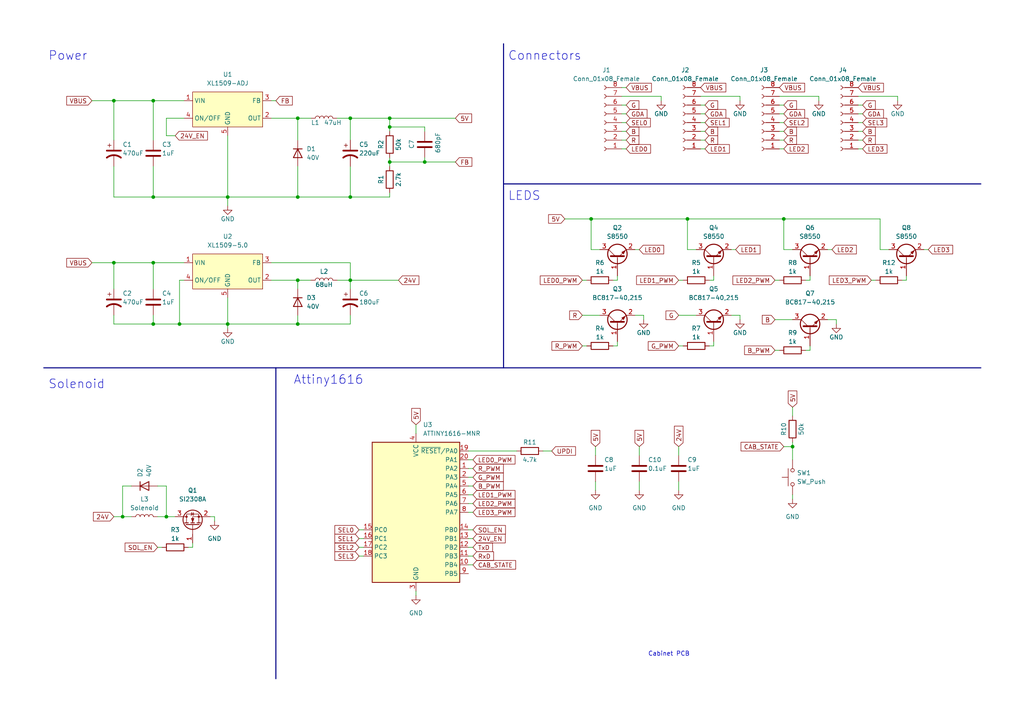
<source format=kicad_sch>
(kicad_sch (version 20211123) (generator eeschema)
  (paper "A4")
  (lib_symbols
    (symbol "Connector:Conn_01x08_Female" (pin_names (offset 1.016) hide)
      (property "Reference" "J" (at 0 10.16 0))
      (property "Value" "Conn_01x08_Female" (at 0 -12.7 0))
      (symbol "Conn_01x08_Female_1_1"
        (arc (start 0 -9.652) (mid -0.508 -10.16) (end 0 -10.668) (stroke (width 0.1524)))
        (arc (start 0 -7.112) (mid -0.508 -7.62) (end 0 -8.128) (stroke (width 0.1524)))
        (arc (start 0 -4.572) (mid -0.508 -5.08) (end 0 -5.588) (stroke (width 0.1524)))
        (arc (start 0 -2.032) (mid -0.508 -2.54) (end 0 -3.048) (stroke (width 0.1524)))
        (polyline (pts (xy -1.27 -10.16) (xy -0.508 -10.16)) (stroke (width 0.1524)))
        (polyline (pts (xy -1.27 -7.62) (xy -0.508 -7.62)) (stroke (width 0.1524)))
        (polyline (pts (xy -1.27 -5.08) (xy -0.508 -5.08)) (stroke (width 0.1524)))
        (polyline (pts (xy -1.27 -2.54) (xy -0.508 -2.54)) (stroke (width 0.1524)))
        (polyline (pts (xy -1.27 0) (xy -0.508 0)) (stroke (width 0.1524)))
        (polyline (pts (xy -1.27 2.54) (xy -0.508 2.54)) (stroke (width 0.1524)))
        (polyline (pts (xy -1.27 5.08) (xy -0.508 5.08)) (stroke (width 0.1524)))
        (polyline (pts (xy -1.27 7.62) (xy -0.508 7.62)) (stroke (width 0.1524)))
        (arc (start 0 0.508) (mid -0.508 0) (end 0 -0.508) (stroke (width 0.1524)))
        (arc (start 0 3.048) (mid -0.508 2.54) (end 0 2.032) (stroke (width 0.1524)))
        (arc (start 0 5.588) (mid -0.508 5.08) (end 0 4.572) (stroke (width 0.1524)))
        (arc (start 0 8.128) (mid -0.508 7.62) (end 0 7.112) (stroke (width 0.1524)))
        (pin passive line (at -5.08 7.62 0) (length 3.81) (name "Pin_1") (number "1"))
        (pin passive line (at -5.08 5.08 0) (length 3.81) (name "Pin_2") (number "2"))
        (pin passive line (at -5.08 2.54 0) (length 3.81) (name "Pin_3") (number "3"))
        (pin passive line (at -5.08 0 0) (length 3.81) (name "Pin_4") (number "4"))
        (pin passive line (at -5.08 -2.54 0) (length 3.81) (name "Pin_5") (number "5"))
        (pin passive line (at -5.08 -5.08 0) (length 3.81) (name "Pin_6") (number "6"))
        (pin passive line (at -5.08 -7.62 0) (length 3.81) (name "Pin_7") (number "7"))
        (pin passive line (at -5.08 -10.16 0) (length 3.81) (name "Pin_8") (number "8"))
      )
    )
    (symbol "Device:C" (pin_numbers hide) (pin_names (offset 0.254))
      (property "Reference" "C" (at 0.635 2.54 0))
      (property "Value" "C" (at 0.635 -2.54 0))
      (symbol "C_0_1"
        (polyline (pts (xy -2.032 -0.762) (xy 2.032 -0.762)) (stroke (width 0.508)))
        (polyline (pts (xy -2.032 0.762) (xy 2.032 0.762)) (stroke (width 0.508)))
      )
      (symbol "C_1_1"
        (pin passive line (at 0 3.81 270) (length 2.794) (name "~") (number "1"))
        (pin passive line (at 0 -3.81 90) (length 2.794) (name "~") (number "2"))
      )
    )
    (symbol "Device:C_Polarized_US" (pin_numbers hide) (pin_names (offset 0.254) hide)
      (property "Reference" "C" (at 0.635 2.54 0))
      (property "Value" "C_Polarized_US" (at 0.635 -2.54 0))
      (symbol "C_Polarized_US_0_1"
        (polyline (pts (xy -2.032 0.762) (xy 2.032 0.762)) (stroke (width 0.508)))
        (polyline (pts (xy -1.778 2.286) (xy -0.762 2.286)))
        (polyline (pts (xy -1.27 1.778) (xy -1.27 2.794)))
        (arc (start 2.032 -1.27) (mid 0 -0.5572) (end -2.032 -1.27) (stroke (width 0.508)))
      )
      (symbol "C_Polarized_US_1_1"
        (pin passive line (at 0 3.81 270) (length 2.794) (name "~") (number "1"))
        (pin passive line (at 0 -3.81 90) (length 3.302) (name "~") (number "2"))
      )
    )
    (symbol "Device:D" (pin_numbers hide) (pin_names (offset 1.016) hide)
      (property "Reference" "D" (at 0 2.54 0))
      (property "Value" "D" (at 0 -2.54 0))
      (symbol "D_0_1"
        (polyline (pts (xy -1.27 1.27) (xy -1.27 -1.27)) (stroke (width 0.254)))
        (polyline (pts (xy 1.27 0) (xy -1.27 0)))
        (polyline (pts (xy 1.27 1.27) (xy 1.27 -1.27) (xy -1.27 0) (xy 1.27 1.27)) (stroke (width 0.254)))
      )
      (symbol "D_1_1"
        (pin passive line (at -3.81 0 0) (length 2.54) (name "K") (number "1"))
        (pin passive line (at 3.81 0 180) (length 2.54) (name "A") (number "2"))
      )
    )
    (symbol "Device:L" (pin_numbers hide) (pin_names (offset 1.016) hide)
      (property "Reference" "L" (at -1.27 0 90))
      (property "Value" "L" (at 1.905 0 90))
      (symbol "L_0_1"
        (arc (start 0 -2.54) (mid 0.635 -1.905) (end 0 -1.27))
        (arc (start 0 -1.27) (mid 0.635 -0.635) (end 0 0))
        (arc (start 0 0) (mid 0.635 0.635) (end 0 1.27))
        (arc (start 0 1.27) (mid 0.635 1.905) (end 0 2.54))
      )
      (symbol "L_1_1"
        (pin passive line (at 0 3.81 270) (length 1.27) (name "1") (number "1"))
        (pin passive line (at 0 -3.81 90) (length 1.27) (name "2") (number "2"))
      )
    )
    (symbol "Device:R" (pin_numbers hide) (pin_names (offset 0))
      (property "Reference" "R" (at 2.032 0 90))
      (property "Value" "R" (at 0 0 90))
      (symbol "R_0_1"
        (rectangle (start -1.016 -2.54) (end 1.016 2.54) (stroke (width 0.254)))
      )
      (symbol "R_1_1"
        (pin passive line (at 0 3.81 270) (length 1.27) (name "~") (number "1"))
        (pin passive line (at 0 -3.81 90) (length 1.27) (name "~") (number "2"))
      )
    )
    (symbol "MCU_Microchip_ATtiny:ATtiny1616-M"
      (property "Reference" "U" (at -12.7 21.59 0))
      (property "Value" "ATtiny1616-M" (at 2.54 -21.59 0))
      (symbol "ATtiny1616-M_0_1"
        (rectangle (start -12.7 -20.32) (end 12.7 20.32) (stroke (width 0.254)) (fill (type background)))
      )
      (symbol "ATtiny1616-M_1_1"
        (pin bidirectional line (at 15.24 12.7 180) (length 2.54) (name "PA2") (number "1"))
        (pin bidirectional line (at 15.24 -15.24 180) (length 2.54) (name "PB4") (number "10"))
        (pin bidirectional line (at 15.24 -12.7 180) (length 2.54) (name "PB3") (number "11"))
        (pin bidirectional line (at 15.24 -10.16 180) (length 2.54) (name "PB2") (number "12"))
        (pin bidirectional line (at 15.24 -7.62 180) (length 2.54) (name "PB1") (number "13"))
        (pin bidirectional line (at 15.24 -5.08 180) (length 2.54) (name "PB0") (number "14"))
        (pin bidirectional line (at -15.24 -5.08 0) (length 2.54) (name "PC0") (number "15"))
        (pin bidirectional line (at -15.24 -7.62 0) (length 2.54) (name "PC1") (number "16"))
        (pin bidirectional line (at -15.24 -10.16 0) (length 2.54) (name "PC2") (number "17"))
        (pin bidirectional line (at -15.24 -12.7 0) (length 2.54) (name "PC3") (number "18"))
        (pin bidirectional line (at 15.24 17.78 180) (length 2.54) (name "~{RESET}/PA0") (number "19"))
        (pin bidirectional line (at 15.24 10.16 180) (length 2.54) (name "PA3") (number "2"))
        (pin bidirectional line (at 15.24 15.24 180) (length 2.54) (name "PA1") (number "20"))
        (pin passive line (at 0 -22.86 90) (length 2.54) hide (name "GND") (number "21"))
        (pin power_in line (at 0 -22.86 90) (length 2.54) (name "GND") (number "3"))
        (pin power_in line (at 0 22.86 270) (length 2.54) (name "VCC") (number "4"))
        (pin bidirectional line (at 15.24 7.62 180) (length 2.54) (name "PA4") (number "5"))
        (pin bidirectional line (at 15.24 5.08 180) (length 2.54) (name "PA5") (number "6"))
        (pin bidirectional line (at 15.24 2.54 180) (length 2.54) (name "PA6") (number "7"))
        (pin bidirectional line (at 15.24 0 180) (length 2.54) (name "PA7") (number "8"))
        (pin bidirectional line (at 15.24 -17.78 180) (length 2.54) (name "PB5") (number "9"))
      )
    )
    (symbol "StackCabinet:XL1509-5.0"
      (property "Reference" "U2" (at 0 1.27 0))
      (property "Value" "XL1509-5.0" (at 0 -1.27 0))
      (symbol "XL1509-5.0_0_1"
        (rectangle (start -10.16 -3.81) (end 10.16 -13.97) (fill (type background)))
      )
      (symbol "XL1509-5.0_1_1"
        (pin power_in line (at -12.7 -6.35 0) (length 2.54) (name "VIN") (number "1"))
        (pin power_out line (at 12.7 -11.43 180) (length 2.54) (name "OUT") (number "2"))
        (pin output line (at 12.7 -6.35 180) (length 2.54) (name "FB") (number "3"))
        (pin input line (at -12.7 -11.43 0) (length 2.54) (name "ON/OFF") (number "4"))
        (pin power_in line (at 0 -16.51 90) (length 2.54) (name "GND") (number "5"))
      )
    )
    (symbol "StackCabinet:XL1509-ADJ"
      (property "Reference" "U1" (at 0 2.54 0))
      (property "Value" "XL1509-ADJ" (at 0 0 0))
      (symbol "XL1509-ADJ_0_1"
        (rectangle (start -10.16 -2.54) (end 10.16 -12.7) (fill (type background)))
      )
      (symbol "XL1509-ADJ_1_1"
        (pin power_in line (at -12.7 -5.08 0) (length 2.54) (name "VIN") (number "1"))
        (pin power_out line (at 12.7 -10.16 180) (length 2.54) (name "OUT") (number "2"))
        (pin output line (at 12.7 -5.08 180) (length 2.54) (name "FB") (number "3"))
        (pin input line (at -12.7 -10.16 0) (length 2.54) (name "ON/OFF") (number "4"))
        (pin power_in line (at 0 -15.24 90) (length 2.54) (name "GND") (number "5"))
      )
    )
    (symbol "Switch:SW_Push" (pin_numbers hide) (pin_names (offset 1.016) hide)
      (property "Reference" "SW" (at 1.27 2.54 0))
      (property "Value" "SW_Push" (at 0 -1.524 0))
      (symbol "SW_Push_0_1"
        (circle (center -2.032 0) (radius 0.508))
        (polyline (pts (xy 0 1.27) (xy 0 3.048)))
        (polyline (pts (xy 2.54 1.27) (xy -2.54 1.27)))
        (circle (center 2.032 0) (radius 0.508))
        (pin passive line (at -5.08 0 0) (length 2.54) (name "1") (number "1"))
        (pin passive line (at 5.08 0 180) (length 2.54) (name "2") (number "2"))
      )
    )
    (symbol "Transistor_BJT:2SC1945" (pin_names (offset 0) hide)
      (property "Reference" "Q" (at 5.08 1.905 0))
      (property "Value" "2SC1945" (at 5.08 0 0))
      (symbol "2SC1945_0_1"
        (polyline (pts (xy 0 0) (xy 0.635 0)))
        (polyline (pts (xy 2.54 2.54) (xy 0.635 0.635)))
        (polyline (pts (xy 0.635 1.905) (xy 0.635 -1.905) (xy 0.635 -1.905)) (stroke (width 0.508)))
        (polyline (pts (xy 2.286 -2.286) (xy 1.778 -1.778) (xy 1.778 -1.778)))
        (polyline (pts (xy 2.54 -2.54) (xy 0.635 -0.635) (xy 1.27 -1.27)) (fill (type outline)))
        (polyline (pts (xy 1.27 -1.778) (xy 1.778 -1.27) (xy 2.286 -2.286) (xy 1.27 -1.778) (xy 1.27 -1.778)) (fill (type outline)))
        (circle (center 1.27 0) (radius 2.8194) (stroke (width 0.3048)))
      )
      (symbol "2SC1945_1_1"
        (pin input line (at -5.08 0 0) (length 5.08) (name "B") (number "1"))
        (pin passive line (at 2.54 -5.08 90) (length 2.54) (name "E") (number "2"))
        (pin passive line (at 2.54 5.08 270) (length 2.54) (name "C") (number "3"))
      )
    )
    (symbol "Transistor_FET:TSM2302CX" (pin_names hide)
      (property "Reference" "Q" (at 5.08 1.905 0))
      (property "Value" "TSM2302CX" (at 5.08 0 0))
      (symbol "TSM2302CX_0_1"
        (polyline (pts (xy 0.254 0) (xy -2.54 0)))
        (polyline (pts (xy 0.254 1.905) (xy 0.254 -1.905)) (stroke (width 0.254)))
        (polyline (pts (xy 0.762 -1.27) (xy 0.762 -2.286)) (stroke (width 0.254)))
        (polyline (pts (xy 0.762 0.508) (xy 0.762 -0.508)) (stroke (width 0.254)))
        (polyline (pts (xy 0.762 2.286) (xy 0.762 1.27)) (stroke (width 0.254)))
        (polyline (pts (xy 2.54 2.54) (xy 2.54 1.778)))
        (polyline (pts (xy 2.54 -2.54) (xy 2.54 0) (xy 0.762 0)))
        (polyline (pts (xy 0.762 -1.778) (xy 3.302 -1.778) (xy 3.302 1.778) (xy 0.762 1.778)))
        (polyline (pts (xy 1.016 0) (xy 2.032 0.381) (xy 2.032 -0.381) (xy 1.016 0)) (fill (type outline)))
        (polyline (pts (xy 2.794 0.508) (xy 2.921 0.381) (xy 3.683 0.381) (xy 3.81 0.254)))
        (polyline (pts (xy 3.302 0.381) (xy 2.921 -0.254) (xy 3.683 -0.254) (xy 3.302 0.381)))
        (circle (center 1.651 0) (radius 2.794) (stroke (width 0.254)))
        (circle (center 2.54 -1.778) (radius 0.254) (fill (type outline)))
        (circle (center 2.54 1.778) (radius 0.254) (fill (type outline)))
      )
      (symbol "TSM2302CX_1_1"
        (pin input line (at -5.08 0 0) (length 2.54) (name "G") (number "1"))
        (pin passive line (at 2.54 -5.08 90) (length 2.54) (name "S") (number "2"))
        (pin passive line (at 2.54 5.08 270) (length 2.54) (name "D") (number "3"))
      )
    )
    (symbol "power:GND" (power) (pin_names (offset 0))
      (property "Value" "GND" (at 0 -3.81 0))
      (symbol "GND_0_1"
        (polyline (pts (xy 0 0) (xy 0 -1.27) (xy 1.27 -1.27) (xy 0 -2.54) (xy -1.27 -1.27) (xy 0 -1.27)))
      )
      (symbol "GND_1_1"
        (pin power_in line (at 0 0 270) (length 0) hide (name "GND") (number "1"))
      )
    )
  )
  (junction (at 44.45 93.98))
  (junction (at 227.33 63.5))
  (junction (at 113.03 34.29))
  (junction (at 86.36 81.28))
  (junction (at 44.45 29.21))
  (junction (at 35.56 149.86))
  (junction (at 48.26 149.86))
  (junction (at 113.03 46.99))
  (junction (at 66.04 93.98))
  (junction (at 101.6 34.29))
  (junction (at 44.45 76.2))
  (junction (at 33.02 29.21))
  (junction (at 229.87 129.54))
  (junction (at 86.36 34.29))
  (junction (at 171.45 63.5))
  (junction (at 101.6 81.28))
  (junction (at 66.04 57.15))
  (junction (at 86.36 93.98))
  (junction (at 33.02 76.2))
  (junction (at 199.39 63.5))
  (junction (at 52.07 93.98))
  (junction (at 101.6 57.15))
  (junction (at 113.03 36.83))
  (junction (at 123.19 46.99))
  (junction (at 44.45 57.15))
  (junction (at 86.36 57.15))
  (wire (pts (xy 185.42 139.7) (xy 185.42 142.24)))
  (wire (pts (xy 227.33 33.02) (xy 226.06 33.02)))
  (wire (pts (xy 78.74 29.21) (xy 80.01 29.21)))
  (wire (pts (xy 48.26 39.37) (xy 50.8 39.37)))
  (wire (pts (xy 78.74 34.29) (xy 86.36 34.29)))
  (wire (pts (xy 227.33 35.56) (xy 226.06 35.56)))
  (wire (pts (xy 181.61 30.48) (xy 180.34 30.48)))
  (wire (pts (xy 135.89 143.51) (xy 137.16 143.51)))
  (wire (pts (xy 250.19 30.48) (xy 248.92 30.48)))
  (wire (pts (xy 204.47 30.48) (xy 203.2 30.48)))
  (wire (pts (xy 203.2 43.18) (xy 204.47 43.18)))
  (wire (pts (xy 196.85 100.33) (xy 198.12 100.33)))
  (wire (pts (xy 168.91 91.44) (xy 173.99 91.44)))
  (wire (pts (xy 135.89 140.97) (xy 137.16 140.97)))
  (wire (pts (xy 45.72 158.75) (xy 46.99 158.75)))
  (wire (pts (xy 191.77 27.94) (xy 191.77 29.21)))
  (wire (pts (xy 113.03 36.83) (xy 123.19 36.83)))
  (wire (pts (xy 241.3 72.39) (xy 240.03 72.39)))
  (wire (pts (xy 104.14 158.75) (xy 105.41 158.75)))
  (wire (pts (xy 168.91 81.28) (xy 170.18 81.28)))
  (wire (pts (xy 179.07 100.33) (xy 177.8 100.33)))
  (wire (pts (xy 242.57 92.71) (xy 240.03 92.71)))
  (wire (pts (xy 101.6 34.29) (xy 113.03 34.29)))
  (wire (pts (xy 179.07 99.06) (xy 179.07 100.33)))
  (wire (pts (xy 55.88 157.48) (xy 55.88 158.75)))
  (wire (pts (xy 181.61 35.56) (xy 180.34 35.56)))
  (wire (pts (xy 179.07 80.01) (xy 179.07 81.28)))
  (wire (pts (xy 250.19 38.1) (xy 248.92 38.1)))
  (wire (pts (xy 86.36 34.29) (xy 86.36 40.64)))
  (wire (pts (xy 44.45 29.21) (xy 53.34 29.21)))
  (wire (pts (xy 261.62 81.28) (xy 262.89 81.28)))
  (wire (pts (xy 204.47 38.1) (xy 203.2 38.1)))
  (wire (pts (xy 135.89 161.29) (xy 137.16 161.29)))
  (wire (pts (xy 86.36 57.15) (xy 66.04 57.15)))
  (wire (pts (xy 33.02 48.26) (xy 33.02 57.15)))
  (wire (pts (xy 181.61 40.64) (xy 180.34 40.64)))
  (bus (pts (xy 146.05 12.7) (xy 146.05 106.68)))
  (wire (pts (xy 44.45 29.21) (xy 44.45 40.64)))
  (wire (pts (xy 54.61 158.75) (xy 55.88 158.75)))
  (wire (pts (xy 48.26 149.86) (xy 50.8 149.86)))
  (wire (pts (xy 135.89 158.75) (xy 137.16 158.75)))
  (wire (pts (xy 86.36 83.82) (xy 86.36 81.28)))
  (wire (pts (xy 250.19 33.02) (xy 248.92 33.02)))
  (wire (pts (xy 35.56 149.86) (xy 38.1 149.86)))
  (wire (pts (xy 207.01 99.06) (xy 207.01 100.33)))
  (wire (pts (xy 171.45 72.39) (xy 171.45 63.5)))
  (wire (pts (xy 101.6 76.2) (xy 78.74 76.2)))
  (wire (pts (xy 44.45 48.26) (xy 44.45 57.15)))
  (wire (pts (xy 229.87 143.51) (xy 229.87 144.78)))
  (wire (pts (xy 123.19 46.99) (xy 132.08 46.99)))
  (bus (pts (xy 80.01 106.68) (xy 80.01 196.85)))
  (wire (pts (xy 199.39 63.5) (xy 227.33 63.5)))
  (wire (pts (xy 248.92 27.94) (xy 260.35 27.94)))
  (wire (pts (xy 66.04 93.98) (xy 66.04 95.25)))
  (wire (pts (xy 135.89 163.83) (xy 137.16 163.83)))
  (wire (pts (xy 207.01 100.33) (xy 205.74 100.33)))
  (wire (pts (xy 185.42 72.39) (xy 184.15 72.39)))
  (wire (pts (xy 224.79 81.28) (xy 226.06 81.28)))
  (wire (pts (xy 113.03 46.99) (xy 113.03 45.72)))
  (wire (pts (xy 123.19 45.72) (xy 123.19 46.99)))
  (wire (pts (xy 48.26 34.29) (xy 48.26 39.37)))
  (wire (pts (xy 204.47 35.56) (xy 203.2 35.56)))
  (wire (pts (xy 52.07 93.98) (xy 66.04 93.98)))
  (wire (pts (xy 205.74 81.28) (xy 207.01 81.28)))
  (wire (pts (xy 269.24 72.39) (xy 267.97 72.39)))
  (wire (pts (xy 214.63 92.71) (xy 214.63 91.44)))
  (wire (pts (xy 52.07 81.28) (xy 52.07 93.98)))
  (wire (pts (xy 62.23 149.86) (xy 62.23 151.13)))
  (wire (pts (xy 26.67 29.21) (xy 33.02 29.21)))
  (wire (pts (xy 86.36 81.28) (xy 78.74 81.28)))
  (wire (pts (xy 123.19 38.1) (xy 123.19 36.83)))
  (wire (pts (xy 120.65 171.45) (xy 120.65 172.72)))
  (wire (pts (xy 180.34 43.18) (xy 181.61 43.18)))
  (wire (pts (xy 172.72 129.54) (xy 172.72 132.08)))
  (wire (pts (xy 113.03 57.15) (xy 101.6 57.15)))
  (wire (pts (xy 135.89 135.89) (xy 137.16 135.89)))
  (wire (pts (xy 234.95 101.6) (xy 233.68 101.6)))
  (wire (pts (xy 104.14 153.67) (xy 105.41 153.67)))
  (wire (pts (xy 135.89 146.05) (xy 137.16 146.05)))
  (wire (pts (xy 44.45 91.44) (xy 44.45 93.98)))
  (wire (pts (xy 35.56 149.86) (xy 35.56 140.97)))
  (wire (pts (xy 45.72 149.86) (xy 48.26 149.86)))
  (wire (pts (xy 86.36 93.98) (xy 101.6 93.98)))
  (wire (pts (xy 262.89 81.28) (xy 262.89 80.01)))
  (wire (pts (xy 196.85 139.7) (xy 196.85 142.24)))
  (wire (pts (xy 255.27 72.39) (xy 257.81 72.39)))
  (wire (pts (xy 234.95 81.28) (xy 234.95 80.01)))
  (wire (pts (xy 135.89 130.81) (xy 149.86 130.81)))
  (wire (pts (xy 101.6 93.98) (xy 101.6 91.44)))
  (wire (pts (xy 113.03 46.99) (xy 113.03 48.26)))
  (wire (pts (xy 250.19 35.56) (xy 248.92 35.56)))
  (wire (pts (xy 234.95 100.33) (xy 234.95 101.6)))
  (wire (pts (xy 53.34 34.29) (xy 48.26 34.29)))
  (wire (pts (xy 86.36 48.26) (xy 86.36 57.15)))
  (wire (pts (xy 48.26 140.97) (xy 48.26 149.86)))
  (wire (pts (xy 113.03 38.1) (xy 113.03 36.83)))
  (wire (pts (xy 186.69 92.71) (xy 186.69 91.44)))
  (wire (pts (xy 33.02 76.2) (xy 33.02 83.82)))
  (wire (pts (xy 33.02 57.15) (xy 44.45 57.15)))
  (wire (pts (xy 157.48 130.81) (xy 160.02 130.81)))
  (wire (pts (xy 101.6 83.82) (xy 101.6 81.28)))
  (wire (pts (xy 168.91 100.33) (xy 170.18 100.33)))
  (wire (pts (xy 45.72 140.97) (xy 48.26 140.97)))
  (wire (pts (xy 66.04 57.15) (xy 66.04 59.69)))
  (bus (pts (xy 146.05 53.34) (xy 284.48 53.34)))
  (wire (pts (xy 226.06 27.94) (xy 237.49 27.94)))
  (wire (pts (xy 248.92 43.18) (xy 250.19 43.18)))
  (wire (pts (xy 255.27 63.5) (xy 255.27 72.39)))
  (wire (pts (xy 113.03 55.88) (xy 113.03 57.15)))
  (wire (pts (xy 104.14 156.21) (xy 105.41 156.21)))
  (wire (pts (xy 185.42 129.54) (xy 185.42 132.08)))
  (wire (pts (xy 44.45 76.2) (xy 44.45 83.82)))
  (wire (pts (xy 237.49 27.94) (xy 237.49 29.21)))
  (wire (pts (xy 135.89 153.67) (xy 137.16 153.67)))
  (wire (pts (xy 113.03 34.29) (xy 132.08 34.29)))
  (wire (pts (xy 250.19 40.64) (xy 248.92 40.64)))
  (wire (pts (xy 181.61 33.02) (xy 180.34 33.02)))
  (wire (pts (xy 204.47 40.64) (xy 203.2 40.64)))
  (wire (pts (xy 26.67 76.2) (xy 33.02 76.2)))
  (wire (pts (xy 101.6 81.28) (xy 101.6 76.2)))
  (wire (pts (xy 66.04 93.98) (xy 86.36 93.98)))
  (wire (pts (xy 120.65 123.19) (xy 120.65 125.73)))
  (wire (pts (xy 33.02 91.44) (xy 33.02 93.98)))
  (wire (pts (xy 44.45 57.15) (xy 66.04 57.15)))
  (wire (pts (xy 66.04 86.36) (xy 66.04 93.98)))
  (wire (pts (xy 135.89 138.43) (xy 137.16 138.43)))
  (wire (pts (xy 35.56 140.97) (xy 38.1 140.97)))
  (wire (pts (xy 201.93 72.39) (xy 199.39 72.39)))
  (wire (pts (xy 86.36 34.29) (xy 90.17 34.29)))
  (wire (pts (xy 229.87 129.54) (xy 229.87 133.35)))
  (wire (pts (xy 172.72 139.7) (xy 172.72 142.24)))
  (wire (pts (xy 171.45 63.5) (xy 199.39 63.5)))
  (wire (pts (xy 180.34 27.94) (xy 191.77 27.94)))
  (wire (pts (xy 181.61 25.4) (xy 180.34 25.4)))
  (wire (pts (xy 101.6 81.28) (xy 115.57 81.28)))
  (wire (pts (xy 33.02 149.86) (xy 35.56 149.86)))
  (wire (pts (xy 204.47 33.02) (xy 203.2 33.02)))
  (wire (pts (xy 33.02 93.98) (xy 44.45 93.98)))
  (wire (pts (xy 227.33 63.5) (xy 227.33 72.39)))
  (wire (pts (xy 227.33 38.1) (xy 226.06 38.1)))
  (wire (pts (xy 224.79 92.71) (xy 229.87 92.71)))
  (wire (pts (xy 229.87 128.27) (xy 229.87 129.54)))
  (wire (pts (xy 181.61 38.1) (xy 180.34 38.1)))
  (wire (pts (xy 44.45 93.98) (xy 52.07 93.98)))
  (wire (pts (xy 186.69 91.44) (xy 184.15 91.44)))
  (wire (pts (xy 60.96 149.86) (xy 62.23 149.86)))
  (wire (pts (xy 135.89 156.21) (xy 137.16 156.21)))
  (bus (pts (xy 12.7 106.68) (xy 284.48 106.68)))
  (wire (pts (xy 196.85 91.44) (xy 201.93 91.44)))
  (wire (pts (xy 199.39 72.39) (xy 199.39 63.5)))
  (wire (pts (xy 227.33 40.64) (xy 226.06 40.64)))
  (wire (pts (xy 66.04 39.37) (xy 66.04 57.15)))
  (wire (pts (xy 203.2 27.94) (xy 214.63 27.94)))
  (wire (pts (xy 242.57 93.98) (xy 242.57 92.71)))
  (wire (pts (xy 113.03 36.83) (xy 113.03 34.29)))
  (wire (pts (xy 135.89 133.35) (xy 137.16 133.35)))
  (wire (pts (xy 227.33 63.5) (xy 255.27 63.5)))
  (wire (pts (xy 97.79 81.28) (xy 101.6 81.28)))
  (wire (pts (xy 213.36 72.39) (xy 212.09 72.39)))
  (wire (pts (xy 207.01 81.28) (xy 207.01 80.01)))
  (wire (pts (xy 226.06 43.18) (xy 227.33 43.18)))
  (wire (pts (xy 177.8 81.28) (xy 179.07 81.28)))
  (wire (pts (xy 101.6 34.29) (xy 101.6 40.64)))
  (wire (pts (xy 33.02 76.2) (xy 44.45 76.2)))
  (wire (pts (xy 260.35 27.94) (xy 260.35 29.21)))
  (wire (pts (xy 196.85 129.54) (xy 196.85 132.08)))
  (wire (pts (xy 214.63 27.94) (xy 214.63 29.21)))
  (wire (pts (xy 224.79 101.6) (xy 226.06 101.6)))
  (wire (pts (xy 123.19 46.99) (xy 113.03 46.99)))
  (wire (pts (xy 101.6 57.15) (xy 86.36 57.15)))
  (wire (pts (xy 44.45 76.2) (xy 53.34 76.2)))
  (wire (pts (xy 33.02 29.21) (xy 33.02 40.64)))
  (wire (pts (xy 53.34 81.28) (xy 52.07 81.28)))
  (wire (pts (xy 227.33 129.54) (xy 229.87 129.54)))
  (wire (pts (xy 227.33 30.48) (xy 226.06 30.48)))
  (wire (pts (xy 101.6 48.26) (xy 101.6 57.15)))
  (wire (pts (xy 163.83 63.5) (xy 171.45 63.5)))
  (wire (pts (xy 97.79 34.29) (xy 101.6 34.29)))
  (wire (pts (xy 135.89 148.59) (xy 137.16 148.59)))
  (wire (pts (xy 104.14 161.29) (xy 105.41 161.29)))
  (wire (pts (xy 233.68 81.28) (xy 234.95 81.28)))
  (wire (pts (xy 252.73 81.28) (xy 254 81.28)))
  (wire (pts (xy 229.87 118.11) (xy 229.87 120.65)))
  (wire (pts (xy 214.63 91.44) (xy 212.09 91.44)))
  (wire (pts (xy 196.85 81.28) (xy 198.12 81.28)))
  (wire (pts (xy 33.02 29.21) (xy 44.45 29.21)))
  (wire (pts (xy 229.87 72.39) (xy 227.33 72.39)))
  (wire (pts (xy 173.99 72.39) (xy 171.45 72.39)))
  (wire (pts (xy 86.36 81.28) (xy 90.17 81.28)))
  (wire (pts (xy 86.36 93.98) (xy 86.36 91.44)))
  (text "LEDS" (at 147.32 58.42 0) (effects (font (size 2.54 2.54)) (justify left bottom)))
  (text "Connectors" (at 147.32 17.78 0) (effects (font (size 2.54 2.54)) (justify left bottom)))
  (text "Cabinet PCB" (at 187.96 190.5 0) (effects (font (size 1.27 1.27)) (justify left bottom)))
  (text "Power" (at 13.97 17.78 0) (effects (font (size 2.54 2.54)) (justify left bottom)))
  (text "Solenoid" (at 13.97 113.03 0) (effects (font (size 2.54 2.54)) (justify left bottom)))
  (text "Attiny1616" (at 85.09 111.76 0) (effects (font (size 2.54 2.54)) (justify left bottom)))
  (global_label "LED2_PWM" (shape input) (at 224.79 81.28 180) (property "Intersheet References" "${INTERSHEET_REFS}" (effects hide)))
  (global_label "CAB_STATE" (shape input) (at 227.33 129.54 180) (property "Intersheet References" "${INTERSHEET_REFS}" (effects hide)))
  (global_label "R" (shape input) (at 204.47 40.64 0) (property "Intersheet References" "${INTERSHEET_REFS}" (effects hide)))
  (global_label "VBUS" (shape input) (at 181.61 25.4 0) (property "Intersheet References" "${INTERSHEET_REFS}" (effects hide)))
  (global_label "RxD" (shape input) (at 137.16 161.29 0) (property "Intersheet References" "${INTERSHEET_REFS}" (effects hide)))
  (global_label "VBUS" (shape input) (at 226.06 25.4 0) (property "Intersheet References" "${INTERSHEET_REFS}" (effects hide)))
  (global_label "G" (shape input) (at 250.19 30.48 0) (property "Intersheet References" "${INTERSHEET_REFS}" (effects hide)))
  (global_label "VBUS" (shape input) (at 203.2 25.4 0) (property "Intersheet References" "${INTERSHEET_REFS}" (effects hide)))
  (global_label "SEL1" (shape input) (at 204.47 35.56 0) (property "Intersheet References" "${INTERSHEET_REFS}" (effects hide)))
  (global_label "G" (shape input) (at 227.33 30.48 0) (property "Intersheet References" "${INTERSHEET_REFS}" (effects hide)))
  (global_label "LED3_PWM" (shape input) (at 252.73 81.28 180) (property "Intersheet References" "${INTERSHEET_REFS}" (effects hide)))
  (global_label "B_PWM" (shape input) (at 137.16 140.97 0) (property "Intersheet References" "${INTERSHEET_REFS}" (effects hide)))
  (global_label "SEL0" (shape input) (at 181.61 35.56 0) (property "Intersheet References" "${INTERSHEET_REFS}" (effects hide)))
  (global_label "24V_EN" (shape input) (at 137.16 156.21 0) (property "Intersheet References" "${INTERSHEET_REFS}" (effects hide)))
  (global_label "SOL_EN" (shape input) (at 45.72 158.75 180) (property "Intersheet References" "${INTERSHEET_REFS}" (effects hide)))
  (global_label "UPDI" (shape input) (at 160.02 130.81 0) (property "Intersheet References" "${INTERSHEET_REFS}" (effects hide)))
  (global_label "LED1" (shape input) (at 213.36 72.39 0) (property "Intersheet References" "${INTERSHEET_REFS}" (effects hide)))
  (global_label "B_PWM" (shape input) (at 224.79 101.6 180) (property "Intersheet References" "${INTERSHEET_REFS}" (effects hide)))
  (global_label "SEL0" (shape input) (at 104.14 153.67 180) (property "Intersheet References" "${INTERSHEET_REFS}" (effects hide)))
  (global_label "B" (shape input) (at 181.61 38.1 0) (property "Intersheet References" "${INTERSHEET_REFS}" (effects hide)))
  (global_label "LED0" (shape input) (at 181.61 43.18 0) (property "Intersheet References" "${INTERSHEET_REFS}" (effects hide)))
  (global_label "5V" (shape input) (at 185.42 129.54 90) (property "Intersheet References" "${INTERSHEET_REFS}" (effects hide)))
  (global_label "FB" (shape input) (at 132.08 46.99 0) (property "Intersheet References" "${INTERSHEET_REFS}" (effects hide)))
  (global_label "SEL2" (shape input) (at 104.14 158.75 180) (property "Intersheet References" "${INTERSHEET_REFS}" (effects hide)))
  (global_label "GDA" (shape input) (at 181.61 33.02 0) (property "Intersheet References" "${INTERSHEET_REFS}" (effects hide)))
  (global_label "G_PWM" (shape input) (at 196.85 100.33 180) (property "Intersheet References" "${INTERSHEET_REFS}" (effects hide)))
  (global_label "5V" (shape input) (at 163.83 63.5 180) (property "Intersheet References" "${INTERSHEET_REFS}" (effects hide)))
  (global_label "24V" (shape input) (at 115.57 81.28 0) (property "Intersheet References" "${INTERSHEET_REFS}" (effects hide)))
  (global_label "R" (shape input) (at 227.33 40.64 0) (property "Intersheet References" "${INTERSHEET_REFS}" (effects hide)))
  (global_label "LED3" (shape input) (at 269.24 72.39 0) (property "Intersheet References" "${INTERSHEET_REFS}" (effects hide)))
  (global_label "LED2" (shape input) (at 227.33 43.18 0) (property "Intersheet References" "${INTERSHEET_REFS}" (effects hide)))
  (global_label "SEL3" (shape input) (at 104.14 161.29 180) (property "Intersheet References" "${INTERSHEET_REFS}" (effects hide)))
  (global_label "LED2" (shape input) (at 241.3 72.39 0) (property "Intersheet References" "${INTERSHEET_REFS}" (effects hide)))
  (global_label "SEL3" (shape input) (at 250.19 35.56 0) (property "Intersheet References" "${INTERSHEET_REFS}" (effects hide)))
  (global_label "5V" (shape input) (at 229.87 118.11 90) (property "Intersheet References" "${INTERSHEET_REFS}" (effects hide)))
  (global_label "B" (shape input) (at 227.33 38.1 0) (property "Intersheet References" "${INTERSHEET_REFS}" (effects hide)))
  (global_label "LED2_PWM" (shape input) (at 137.16 146.05 0) (property "Intersheet References" "${INTERSHEET_REFS}" (effects hide)))
  (global_label "24V_EN" (shape input) (at 50.8 39.37 0) (property "Intersheet References" "${INTERSHEET_REFS}" (effects hide)))
  (global_label "R_PWM" (shape input) (at 168.91 100.33 180) (property "Intersheet References" "${INTERSHEET_REFS}" (effects hide)))
  (global_label "VBUS" (shape input) (at 26.67 76.2 180) (property "Intersheet References" "${INTERSHEET_REFS}" (effects hide)))
  (global_label "24V" (shape input) (at 196.85 129.54 90) (property "Intersheet References" "${INTERSHEET_REFS}" (effects hide)))
  (global_label "FB" (shape input) (at 80.01 29.21 0) (property "Intersheet References" "${INTERSHEET_REFS}" (effects hide)))
  (global_label "SEL1" (shape input) (at 104.14 156.21 180) (property "Intersheet References" "${INTERSHEET_REFS}" (effects hide)))
  (global_label "LED3_PWM" (shape input) (at 137.16 148.59 0) (property "Intersheet References" "${INTERSHEET_REFS}" (effects hide)))
  (global_label "GDA" (shape input) (at 227.33 33.02 0) (property "Intersheet References" "${INTERSHEET_REFS}" (effects hide)))
  (global_label "G" (shape input) (at 181.61 30.48 0) (property "Intersheet References" "${INTERSHEET_REFS}" (effects hide)))
  (global_label "SEL2" (shape input) (at 227.33 35.56 0) (property "Intersheet References" "${INTERSHEET_REFS}" (effects hide)))
  (global_label "R" (shape input) (at 181.61 40.64 0) (property "Intersheet References" "${INTERSHEET_REFS}" (effects hide)))
  (global_label "LED1_PWM" (shape input) (at 196.85 81.28 180) (property "Intersheet References" "${INTERSHEET_REFS}" (effects hide)))
  (global_label "G_PWM" (shape input) (at 137.16 138.43 0) (property "Intersheet References" "${INTERSHEET_REFS}" (effects hide)))
  (global_label "B" (shape input) (at 250.19 38.1 0) (property "Intersheet References" "${INTERSHEET_REFS}" (effects hide)))
  (global_label "R_PWM" (shape input) (at 137.16 135.89 0) (property "Intersheet References" "${INTERSHEET_REFS}" (effects hide)))
  (global_label "LED1" (shape input) (at 204.47 43.18 0) (property "Intersheet References" "${INTERSHEET_REFS}" (effects hide)))
  (global_label "TxD" (shape input) (at 137.16 158.75 0) (property "Intersheet References" "${INTERSHEET_REFS}" (effects hide)))
  (global_label "LED3" (shape input) (at 250.19 43.18 0) (property "Intersheet References" "${INTERSHEET_REFS}" (effects hide)))
  (global_label "LED0_PWM" (shape input) (at 168.91 81.28 180) (property "Intersheet References" "${INTERSHEET_REFS}" (effects hide)))
  (global_label "GDA" (shape input) (at 204.47 33.02 0) (property "Intersheet References" "${INTERSHEET_REFS}" (effects hide)))
  (global_label "VBUS" (shape input) (at 248.92 25.4 0) (property "Intersheet References" "${INTERSHEET_REFS}" (effects hide)))
  (global_label "VBUS" (shape input) (at 26.67 29.21 180) (property "Intersheet References" "${INTERSHEET_REFS}" (effects hide)))
  (global_label "G" (shape input) (at 196.85 91.44 180) (property "Intersheet References" "${INTERSHEET_REFS}" (effects hide)))
  (global_label "G" (shape input) (at 204.47 30.48 0) (property "Intersheet References" "${INTERSHEET_REFS}" (effects hide)))
  (global_label "LED0" (shape input) (at 185.42 72.39 0) (property "Intersheet References" "${INTERSHEET_REFS}" (effects hide)))
  (global_label "SOL_EN" (shape input) (at 137.16 153.67 0) (property "Intersheet References" "${INTERSHEET_REFS}" (effects hide)))
  (global_label "GDA" (shape input) (at 250.19 33.02 0) (property "Intersheet References" "${INTERSHEET_REFS}" (effects hide)))
  (global_label "R" (shape input) (at 168.91 91.44 180) (property "Intersheet References" "${INTERSHEET_REFS}" (effects hide)))
  (global_label "LED0_PWM" (shape input) (at 137.16 133.35 0) (property "Intersheet References" "${INTERSHEET_REFS}" (effects hide)))
  (global_label "R" (shape input) (at 250.19 40.64 0) (property "Intersheet References" "${INTERSHEET_REFS}" (effects hide)))
  (global_label "24V" (shape input) (at 33.02 149.86 180) (property "Intersheet References" "${INTERSHEET_REFS}" (effects hide)))
  (global_label "5V" (shape input) (at 120.65 123.19 90) (property "Intersheet References" "${INTERSHEET_REFS}" (effects hide)))
  (global_label "5V" (shape input) (at 132.08 34.29 0) (property "Intersheet References" "${INTERSHEET_REFS}" (effects hide)))
  (global_label "CAB_STATE" (shape input) (at 137.16 163.83 0) (property "Intersheet References" "${INTERSHEET_REFS}" (effects hide)))
  (global_label "LED1_PWM" (shape input) (at 137.16 143.51 0) (property "Intersheet References" "${INTERSHEET_REFS}" (effects hide)))
  (global_label "B" (shape input) (at 204.47 38.1 0) (property "Intersheet References" "${INTERSHEET_REFS}" (effects hide)))
  (global_label "B" (shape input) (at 224.79 92.71 180) (property "Intersheet References" "${INTERSHEET_REFS}" (effects hide)))
  (global_label "5V" (shape input) (at 172.72 129.54 90) (property "Intersheet References" "${INTERSHEET_REFS}" (effects hide)))
  (symbol (lib_id "Device:D") (at 86.36 87.63 270) (unit 1)
    (property "Reference" "D3" (at 88.9 86.36 90) (effects (justify left)))
    (property "Value" "40V" (at 88.9 88.9 90) (effects (justify left)))
    (property "Footprint" "Diode_SMD:D_SOD-123" (effects hide))
    (property "Datasheet" "https://datasheet.lcsc.com/lcsc/2205161616_KUU-DSK34_C3015221.pdf" (effects hide))
    (property "Mfr. Part#" "DSK34" (effects hide))
    (property "LCSC. Part#" "C3015221" (effects hide))
  )
  (symbol (lib_id "Transistor_BJT:2SC1945") (at 262.89 74.93 90) (unit 1)
    (property "Reference" "Q8" (at 262.89 66.04 90))
    (property "Value" "S8550" (at 262.89 68.58 90))
    (property "Footprint" "Package_TO_SOT_SMD:SOT-23" (effects hide))
    (property "Datasheet" "https://datasheet.lcsc.com/lcsc/2205061000_Guangdong-Hottech-S8550_C181159.pdf" (effects hide))
    (property "Mfr. Part#" "S8550" (effects hide))
    (property "LCSC. Part#" "C181159" (effects hide))
  )
  (symbol (lib_id "Device:C") (at 123.19 41.91 0) (unit 1)
    (property "Reference" "C7" (at 119.38 43.18 90) (effects (justify left)))
    (property "Value" "680pF" (at 127 44.45 90) (effects (justify left)))
    (property "Footprint" "Capacitor_SMD:C_0805_2012Metric" (effects hide))
    (property "Datasheet" "https://datasheet.lcsc.com/lcsc/1811012205_Walsin-Tech-Corp-0805B681K500CT_C152864.pdf" (effects hide))
    (property "Mfr. Part#" "0805B681K500CT" (effects hide))
    (property "LCSC. Part#" "C152864" (effects hide))
  )
  (symbol (lib_id "Device:C") (at 185.42 135.89 0) (unit 1)
    (property "Reference" "C10" (at 187.96 133.35 0) (effects (justify left)))
    (property "Value" "0.1uF" (at 187.96 135.89 0) (effects (justify left)))
    (property "Footprint" "Capacitor_SMD:C_0805_2012Metric" (effects hide))
    (property "Datasheet" "https://datasheet.lcsc.com/lcsc/1912300933_TORCH-C0805B104K500NT_C476766.pdf" (effects hide))
    (property "Mfr. Part#" "C0805B104K500NT" (effects hide))
    (property "LCSC. Part#" "C476766" (effects hide))
  )
  (symbol (lib_id "Device:L") (at 41.91 149.86 90) (unit 1)
    (property "Reference" "L3" (at 41.91 144.78 90))
    (property "Value" "Solenoid" (at 41.91 147.32 90))
    (property "Footprint" "TerminalBlock_4Ucon:TerminalBlock_4Ucon_1x02_P3.50mm_Vertical" (effects hide))
    (property "Datasheet" "https://datasheet.lcsc.com/lcsc/2001160007_Cixi-Kefa-Elec-KF350-3-5-2P_C474892.pdf" (effects hide))
    (property "Mfr. Part#" "KF350-3.5-2P" (effects hide))
    (property "LCSC. Part#" "C474892" (effects hide))
  )
  (symbol (lib_id "power:GND") (at 66.04 59.69 0) (unit 1)
    (property "Reference" "#PWR01" (effects hide))
    (property "Value" "GND" (at 66.04 63.5 0))
  )
  (symbol (lib_id "Connector:Conn_01x08_Female") (at 220.98 35.56 180) (unit 1)
    (property "Reference" "J3" (at 221.615 20.32 0))
    (property "Value" "Conn_01x08_Female" (at 221.615 22.86 0))
    (property "Footprint" "Connector_PinHeader_1.27mm:PinHeader_1x08_P1.27mm_Vertical" (effects hide))
    (property "Mfr. Part#" "C691120" (effects hide))
    (property "LCSC. Part#" "C691120" (effects hide))
  )
  (symbol (lib_id "power:GND") (at 66.04 95.25 0) (unit 1)
    (property "Reference" "#PWR02" (effects hide))
    (property "Value" "GND" (at 66.04 99.06 0))
  )
  (symbol (lib_id "Device:C") (at 44.45 87.63 0) (unit 1)
    (property "Reference" "C4" (at 46.99 85.09 0) (effects (justify left)))
    (property "Value" "1uF" (at 46.99 87.63 0) (effects (justify left)))
    (property "Footprint" "Capacitor_SMD:C_0805_2012Metric" (effects hide))
    (property "Datasheet" "https://datasheet.lcsc.com/lcsc/1811141612_YAGEO-CC0805KKX7R9BB105_C91185.pdf" (effects hide))
    (property "Mfr. Part#" "CC0805KKX7R9BB105" (effects hide))
    (property "LCSC. Part#" "C91185" (effects hide))
  )
  (symbol (lib_id "Transistor_BJT:2SC1945") (at 179.07 93.98 90) (unit 1)
    (property "Reference" "Q3" (at 179.07 83.82 90))
    (property "Value" "BC817-40,215" (at 179.07 86.36 90))
    (property "Footprint" "Package_TO_SOT_SMD:SOT-23" (effects hide))
    (property "Datasheet" "https://datasheet.lcsc.com/lcsc/1811141223_Nexperia-BC817-40-215_C52801.pdf" (effects hide))
    (property "Mfr. Part#" "BC817-40,215" (effects hide))
    (property "LCSC. Part#" "C52801" (effects hide))
  )
  (symbol (lib_id "power:GND") (at 214.63 29.21 0) (unit 1)
    (property "Reference" "#PWR07" (effects hide))
    (property "Value" "GND" (at 214.63 33.02 0))
  )
  (symbol (lib_id "Device:C_Polarized_US") (at 33.02 44.45 0) (unit 1)
    (property "Reference" "C1" (at 35.56 41.91 0) (effects (justify left)))
    (property "Value" "470uF" (at 35.56 44.45 0) (effects (justify left)))
    (property "Footprint" "Capacitor_THT:C_Radial_D12.5mm_H20.0mm_P5.00mm" (effects hide))
    (property "Datasheet" "https://datasheet.lcsc.com/lcsc/1810171530_Ymin-OGPL41H471MF_C269945.pdf" (effects hide))
    (property "Mfr. Part#" "OGPL41H471MF" (effects hide))
    (property "LCSC. Part#" "C269945" (effects hide))
  )
  (symbol (lib_id "Device:R") (at 257.81 81.28 90) (unit 1)
    (property "Reference" "R12" (at 257.81 76.2 90))
    (property "Value" "1k" (at 257.81 78.74 90))
    (property "Footprint" "Resistor_SMD:R_0805_2012Metric" (effects hide))
    (property "Datasheet" "SWR05JTEV1001" (effects hide))
    (property "LCSC. Part#" "C412430" (effects hide))
    (property "Mfr. Part#" "SWR05JTEV1001" (effects hide))
  )
  (symbol (lib_id "Device:R") (at 229.87 101.6 90) (unit 1)
    (property "Reference" "R9" (at 229.87 96.52 90))
    (property "Value" "1k" (at 229.87 99.06 90))
    (property "Footprint" "Resistor_SMD:R_0805_2012Metric" (effects hide))
    (property "Datasheet" "SWR05JTEV1001" (effects hide))
    (property "LCSC. Part#" "C412430" (effects hide))
    (property "Mfr. Part#" "SWR05JTEV1001" (effects hide))
  )
  (symbol (lib_id "power:GND") (at 242.57 93.98 0) (unit 1)
    (property "Reference" "#PWR010" (effects hide))
    (property "Value" "GND" (at 242.57 97.79 0))
  )
  (symbol (lib_id "Device:L") (at 93.98 81.28 90) (unit 1)
    (property "Reference" "L2" (at 93.98 78.74 90))
    (property "Value" "68uH" (at 93.98 82.55 90))
    (property "Footprint" "Inductor_SMD:L_6.3x6.3_H3" (effects hide))
    (property "Datasheet" "https://datasheet.lcsc.com/lcsc/2210101200_SHOU-HAN-CYA0650-68UH_C5189964.pdf" (effects hide))
    (property "Mfr. Part#" "CYA0650-68UH" (effects hide))
    (property "LCSC. Part#" "C5189964" (effects hide))
  )
  (symbol (lib_id "Transistor_FET:TSM2302CX") (at 55.88 152.4 90) (unit 1)
    (property "Reference" "Q1" (at 55.88 142.24 90))
    (property "Value" "SI2308A" (at 55.88 144.78 90))
    (property "Footprint" "Package_TO_SOT_SMD:SOT-23" (effects hide))
    (property "Datasheet" "https://www.taiwansemi.com/products/datasheet/TSM2302CX_E1608.pdf" (effects hide))
    (property "Mfr. Part#" "SI2308A" (effects hide))
    (property "LCSC. Part#" "C347491" (effects hide))
  )
  (symbol (lib_id "power:GND") (at 62.23 151.13 0) (unit 1)
    (property "Reference" "#PWR04" (effects hide))
    (property "Value" "GND" (at 62.23 156.21 0))
  )
  (symbol (lib_id "power:GND") (at 260.35 29.21 0) (unit 1)
    (property "Reference" "#PWR011" (effects hide))
    (property "Value" "GND" (at 260.35 33.02 0))
  )
  (symbol (lib_id "Device:R") (at 50.8 158.75 90) (unit 1)
    (property "Reference" "R3" (at 50.8 153.67 90))
    (property "Value" "1k" (at 50.8 156.21 90))
    (property "Footprint" "Resistor_SMD:R_0805_2012Metric" (effects hide))
    (property "Datasheet" "SWR05JTEV1001" (effects hide))
    (property "LCSC. Part#" "C412430" (effects hide))
    (property "Mfr. Part#" "SWR05JTEV1001" (effects hide))
  )
  (symbol (lib_id "power:GND") (at 172.72 142.24 0) (unit 1)
    (property "Reference" "#PWR012" (effects hide))
    (property "Value" "GND" (at 172.72 147.32 0))
  )
  (symbol (lib_id "power:GND") (at 237.49 29.21 0) (unit 1)
    (property "Reference" "#PWR09" (effects hide))
    (property "Value" "GND" (at 237.49 33.02 0))
  )
  (symbol (lib_id "Device:R") (at 201.93 100.33 90) (unit 1)
    (property "Reference" "R7" (at 201.93 95.25 90))
    (property "Value" "1k" (at 201.93 97.79 90))
    (property "Footprint" "Resistor_SMD:R_0805_2012Metric" (effects hide))
    (property "Datasheet" "SWR05JTEV1001" (effects hide))
    (property "LCSC. Part#" "C412430" (effects hide))
    (property "Mfr. Part#" "SWR05JTEV1001" (effects hide))
  )
  (symbol (lib_id "Device:R") (at 173.99 100.33 90) (unit 1)
    (property "Reference" "R4" (at 173.99 95.25 90))
    (property "Value" "1k" (at 173.99 97.79 90))
    (property "Footprint" "Resistor_SMD:R_0805_2012Metric" (effects hide))
    (property "Datasheet" "SWR05JTEV1001" (effects hide))
    (property "LCSC. Part#" "C412430" (effects hide))
    (property "Mfr. Part#" "SWR05JTEV1001" (effects hide))
  )
  (symbol (lib_id "Transistor_BJT:2SC1945") (at 207.01 74.93 90) (unit 1)
    (property "Reference" "Q4" (at 207.01 66.04 90))
    (property "Value" "S8550" (at 207.01 68.58 90))
    (property "Footprint" "Package_TO_SOT_SMD:SOT-23" (effects hide))
    (property "Datasheet" "https://datasheet.lcsc.com/lcsc/2205061000_Guangdong-Hottech-S8550_C181159.pdf" (effects hide))
    (property "Mfr. Part#" "S8550" (effects hide))
    (property "LCSC. Part#" "C181159" (effects hide))
  )
  (symbol (lib_id "Transistor_BJT:2SC1945") (at 207.01 93.98 90) (unit 1)
    (property "Reference" "Q5" (at 207.01 83.82 90))
    (property "Value" "BC817-40,215" (at 207.01 86.36 90))
    (property "Footprint" "Package_TO_SOT_SMD:SOT-23" (effects hide))
    (property "Datasheet" "https://datasheet.lcsc.com/lcsc/1811141223_Nexperia-BC817-40-215_C52801.pdf" (effects hide))
    (property "Mfr. Part#" "BC817-40,215" (effects hide))
    (property "LCSC. Part#" "C52801" (effects hide))
  )
  (symbol (lib_id "Device:R") (at 229.87 124.46 180) (unit 1)
    (property "Reference" "R10" (at 227.33 124.46 90))
    (property "Value" "50k" (at 232.41 124.46 90))
    (property "Footprint" "Resistor_SMD:R_0805_2012Metric" (effects hide))
    (property "Datasheet" "https://datasheet.lcsc.com/lcsc/2105241808_Viking-Tech-ARG05DTC5002_C2828840.pdf" (effects hide))
    (property "Mfr. Part#" "ARG05DTC5002" (effects hide))
    (property "LCSC. Part#" "C2828840" (effects hide))
  )
  (symbol (lib_id "Connector:Conn_01x08_Female") (at 243.84 35.56 180) (unit 1)
    (property "Reference" "J4" (at 244.475 20.32 0))
    (property "Value" "Conn_01x08_Female" (at 244.475 22.86 0))
    (property "Footprint" "Connector_PinHeader_1.27mm:PinHeader_1x08_P1.27mm_Vertical" (effects hide))
    (property "Mfr. Part#" "C691120" (effects hide))
    (property "LCSC. Part#" "C691120" (effects hide))
  )
  (symbol (lib_id "Device:D") (at 41.91 140.97 0) (unit 1)
    (property "Reference" "D2" (at 40.64 138.43 90) (effects (justify left)))
    (property "Value" "40V" (at 43.18 138.43 90) (effects (justify left)))
    (property "Footprint" "Diode_SMD:D_SOD-123" (effects hide))
    (property "Datasheet" "https://datasheet.lcsc.com/lcsc/2205161616_KUU-DSK34_C3015221.pdf" (effects hide))
    (property "Mfr. Part#" "DSK34" (effects hide))
    (property "LCSC. Part#" "C3015221" (effects hide))
  )
  (symbol (lib_id "Device:R") (at 153.67 130.81 90) (unit 1)
    (property "Reference" "R11" (at 153.67 128.27 90))
    (property "Value" "4.7k" (at 153.67 133.35 90))
    (property "Footprint" "Resistor_SMD:R_0805_2012Metric" (effects hide))
    (property "Datasheet" "https://datasheet.lcsc.com/lcsc/1811061710_FH--Guangdong-Fenghua-Advanced-Tech-RS-05K472JT_C115310.pdf" (effects hide))
    (property "Mfr. Part#" "RS-05K472JT" (effects hide))
    (property "LCSC. Part#" "C115310" (effects hide))
  )
  (symbol (lib_id "power:GND") (at 185.42 142.24 0) (unit 1)
    (property "Reference" "#PWR015" (effects hide))
    (property "Value" "GND" (at 185.42 147.32 0))
  )
  (symbol (lib_id "Device:C") (at 44.45 44.45 0) (unit 1)
    (property "Reference" "C3" (at 46.99 41.91 0) (effects (justify left)))
    (property "Value" "1uF" (at 46.99 44.45 0) (effects (justify left)))
    (property "Footprint" "Capacitor_SMD:C_0805_2012Metric" (effects hide))
    (property "Datasheet" "https://datasheet.lcsc.com/lcsc/1811141612_YAGEO-CC0805KKX7R9BB105_C91185.pdf" (effects hide))
    (property "Mfr. Part#" "CC0805KKX7R9BB105" (effects hide))
    (property "LCSC. Part#" "C91185" (effects hide))
  )
  (symbol (lib_id "Connector:Conn_01x08_Female") (at 198.12 35.56 180) (unit 1)
    (property "Reference" "J2" (at 198.755 20.32 0))
    (property "Value" "Conn_01x08_Female" (at 198.755 22.86 0))
    (property "Footprint" "Connector_PinHeader_1.27mm:PinHeader_1x08_P1.27mm_Vertical" (effects hide))
    (property "Mfr. Part#" "C691120" (effects hide))
    (property "LCSC. Part#" "C691120" (effects hide))
  )
  (symbol (lib_id "Device:R") (at 201.93 81.28 90) (unit 1)
    (property "Reference" "R5" (at 201.93 76.2 90))
    (property "Value" "1k" (at 201.93 78.74 90))
    (property "Footprint" "Resistor_SMD:R_0805_2012Metric" (effects hide))
    (property "Datasheet" "SWR05JTEV1001" (effects hide))
    (property "LCSC. Part#" "C412430" (effects hide))
    (property "Mfr. Part#" "SWR05JTEV1001" (effects hide))
  )
  (symbol (lib_id "StackCabinet:XL1509-5.0") (at 66.04 69.85 0) (unit 1)
    (property "Reference" "U2" (at 66.04 68.58 0))
    (property "Value" "XL1509-5.0" (at 66.04 71.12 0))
    (property "Footprint" "Package_SO:SOP-8_3.9x4.9mm_P1.27mm" (effects hide))
    (property "Datasheet" "https://datasheet.lcsc.com/lcsc/1809050422_XLSEMI-XL1509-5-0E1_C61063.pdf" (effects hide))
    (property "Mfr. Part#" "XL1509-5.0E1" (effects hide))
    (property "LCSC. Part#" "C61063" (effects hide))
  )
  (symbol (lib_id "Transistor_BJT:2SC1945") (at 179.07 74.93 90) (unit 1)
    (property "Reference" "Q2" (at 179.07 66.04 90))
    (property "Value" "S8550" (at 179.07 68.58 90))
    (property "Footprint" "Package_TO_SOT_SMD:SOT-23" (effects hide))
    (property "Datasheet" "https://datasheet.lcsc.com/lcsc/2205061000_Guangdong-Hottech-S8550_C181159.pdf" (effects hide))
    (property "Mfr. Part#" "S8550" (effects hide))
    (property "LCSC. Part#" "C181159" (effects hide))
  )
  (symbol (lib_id "Device:C_Polarized_US") (at 101.6 87.63 0) (unit 1)
    (property "Reference" "C6" (at 104.14 85.09 0) (effects (justify left)))
    (property "Value" "180uF" (at 104.14 87.63 0) (effects (justify left)))
    (property "Footprint" "Capacitor_THT:CP_Radial_D8.0mm_P3.50mm" (effects hide))
    (property "Datasheet" "https://datasheet.lcsc.com/lcsc/1912111437_Ymin-LKMD0901V181MF_C442870.pdf" (effects hide))
    (property "Mfr. Part#" "LKMD0901V181MF" (effects hide))
    (property "LCSC. Part#" "C442870" (effects hide))
  )
  (symbol (lib_id "power:GND") (at 196.85 142.24 0) (unit 1)
    (property "Reference" "#PWR013" (effects hide))
    (property "Value" "GND" (at 196.85 147.32 0))
  )
  (symbol (lib_id "Device:L") (at 93.98 34.29 90) (unit 1)
    (property "Reference" "L1" (at 91.44 35.56 90))
    (property "Value" "47uH" (at 96.52 35.56 90))
    (property "Footprint" "StackCabinet:YNR1050-470M" (effects hide))
    (property "Datasheet" "https://datasheet.lcsc.com/lcsc/2209140930_YJYCOIN-YNR1050-470M_C5142143.pdf" (effects hide))
    (property "Mfr. Part#" " YNR1050-470M" (effects hide))
    (property "LCSC. Part#" "C5142143" (effects hide))
  )
  (symbol (lib_id "Device:C_Polarized_US") (at 101.6 44.45 0) (unit 1)
    (property "Reference" "C5" (at 104.14 41.91 0) (effects (justify left)))
    (property "Value" "220uF" (at 104.14 44.45 0) (effects (justify left)))
    (property "Footprint" "Capacitor_THT:CP_Radial_D8.0mm_P3.50mm" (effects hide))
    (property "Datasheet" "https://datasheet.lcsc.com/lcsc/1808041448_Nantong-Jianghai-Capacitor-ECR1VBK221MLL080011_C221302.pdf" (effects hide))
    (property "Mfr. Part#" "ECR1VBK221MLL080011" (effects hide))
    (property "LCSC. Part#" "C221302" (effects hide))
  )
  (symbol (lib_id "power:GND") (at 186.69 92.71 0) (unit 1)
    (property "Reference" "#PWR05" (effects hide))
    (property "Value" "GND" (at 186.69 96.52 0))
  )
  (symbol (lib_id "MCU_Microchip_ATtiny:ATtiny1616-M") (at 120.65 148.59 0) (unit 1)
    (property "Reference" "U3" (at 122.6694 123.19 0) (effects (justify left)))
    (property "Value" " ATTINY1616-MNR" (at 122.6694 125.73 0) (effects (justify left)))
    (property "Footprint" "Package_DFN_QFN:VQFN-20-1EP_3x3mm_P0.4mm_EP1.7x1.7mm" (effects hide))
    (property "Datasheet" "http://ww1.microchip.com/downloads/en/DeviceDoc/ATtiny3216_ATtiny1616-data-sheet-40001997B.pdf" (effects hide))
    (property "Mfr. Part#" "ATTINY1616-MNR" (effects hide))
    (property "LCSC. Part#" "C507118" (effects hide))
  )
  (symbol (lib_id "Transistor_BJT:2SC1945") (at 234.95 95.25 90) (unit 1)
    (property "Reference" "Q7" (at 234.95 85.09 90))
    (property "Value" "BC817-40,215" (at 234.95 87.63 90))
    (property "Footprint" "Package_TO_SOT_SMD:SOT-23" (effects hide))
    (property "Datasheet" "https://datasheet.lcsc.com/lcsc/1811141223_Nexperia-BC817-40-215_C52801.pdf" (effects hide))
    (property "Mfr. Part#" "BC817-40,215" (effects hide))
    (property "LCSC. Part#" "C52801" (effects hide))
  )
  (symbol (lib_id "power:GND") (at 214.63 92.71 0) (unit 1)
    (property "Reference" "#PWR08" (effects hide))
    (property "Value" "GND" (at 214.63 96.52 0))
  )
  (symbol (lib_id "Device:R") (at 113.03 41.91 180) (unit 1)
    (property "Reference" "R2" (at 110.49 41.91 90))
    (property "Value" "50k" (at 115.57 41.91 90))
    (property "Footprint" "Resistor_SMD:R_0805_2012Metric" (effects hide))
    (property "Datasheet" "https://datasheet.lcsc.com/lcsc/2105241808_Viking-Tech-ARG05DTC5002_C2828840.pdf" (effects hide))
    (property "Mfr. Part#" "ARG05DTC5002" (effects hide))
    (property "LCSC. Part#" "C2828840" (effects hide))
  )
  (symbol (lib_id "Connector:Conn_01x08_Female") (at 175.26 35.56 180) (unit 1)
    (property "Reference" "J1" (at 175.895 20.32 0))
    (property "Value" "Conn_01x08_Female" (at 175.895 22.86 0))
    (property "Footprint" "Connector_PinHeader_1.27mm:PinHeader_1x08_P1.27mm_Vertical" (effects hide))
    (property "Mfr. Part#" "C691120" (effects hide))
    (property "LCSC. Part#" "C691120" (effects hide))
  )
  (symbol (lib_id "Device:D") (at 86.36 44.45 270) (unit 1)
    (property "Reference" "D1" (at 88.9 43.18 90) (effects (justify left)))
    (property "Value" "40V" (at 88.9 45.72 90) (effects (justify left)))
    (property "Footprint" "Diode_SMD:D_SOD-123" (effects hide))
    (property "Datasheet" "https://datasheet.lcsc.com/lcsc/2205161616_KUU-DSK34_C3015221.pdf" (effects hide))
    (property "Mfr. Part#" "DSK34" (effects hide))
    (property "LCSC. Part#" "C3015221" (effects hide))
  )
  (symbol (lib_id "Device:C") (at 196.85 135.89 0) (unit 1)
    (property "Reference" "C9" (at 199.39 133.35 0) (effects (justify left)))
    (property "Value" "1uF" (at 199.39 135.89 0) (effects (justify left)))
    (property "Footprint" "Capacitor_SMD:C_0805_2012Metric" (effects hide))
    (property "Datasheet" "https://datasheet.lcsc.com/lcsc/1811141612_YAGEO-CC0805KKX7R9BB105_C91185.pdf" (effects hide))
    (property "Mfr. Part#" "CC0805KKX7R9BB105" (effects hide))
    (property "LCSC. Part#" "C91185" (effects hide))
  )
  (symbol (lib_id "Switch:SW_Push") (at 229.87 138.43 90) (unit 1)
    (property "Reference" "SW1" (at 231.14 137.1599 90) (effects (justify right)))
    (property "Value" "SW_Push" (at 231.14 139.6999 90) (effects (justify right)))
    (property "Footprint" "Connector_PinHeader_2.54mm:PinHeader_1x02_P2.54mm_Vertical" (effects hide))
    (property "Datasheet" "https://www.ecb.omron.com.cn/" (effects hide))
    (property "Mfr. Part#" "B3F-1005" (effects hide))
    (property "LCSC. Part#" "C397293" (effects hide))
  )
  (symbol (lib_id "StackCabinet:XL1509-ADJ") (at 66.04 24.13 0) (unit 1)
    (property "Reference" "U1" (at 66.04 21.59 0))
    (property "Value" "XL1509-ADJ" (at 66.04 24.13 0))
    (property "Footprint" "Package_SO:SOP-8_3.9x4.9mm_P1.27mm" (effects hide))
    (property "Datasheet" "https://datasheet.lcsc.com/lcsc/1809042013_XLSEMI-XL1509-ADJE1_C74192.pdf" (effects hide))
    (property "Mfr. Part#" " XL1509-ADJE1" (effects hide))
    (property "LCSC. Part#" "C74192" (effects hide))
  )
  (symbol (lib_id "Device:C") (at 172.72 135.89 0) (unit 1)
    (property "Reference" "C8" (at 175.26 133.35 0) (effects (justify left)))
    (property "Value" "1uF" (at 175.26 135.89 0) (effects (justify left)))
    (property "Footprint" "Capacitor_SMD:C_0805_2012Metric" (effects hide))
    (property "Datasheet" "https://datasheet.lcsc.com/lcsc/1811141612_YAGEO-CC0805KKX7R9BB105_C91185.pdf" (effects hide))
    (property "Mfr. Part#" "CC0805KKX7R9BB105" (effects hide))
    (property "LCSC. Part#" "C91185" (effects hide))
  )
  (symbol (lib_id "Device:R") (at 113.03 52.07 180) (unit 1)
    (property "Reference" "R1" (at 110.49 52.07 90))
    (property "Value" "2.7k" (at 115.57 52.07 90))
    (property "Footprint" "Resistor_SMD:R_0805_2012Metric" (effects hide))
    (property "Datasheet" "https://datasheet.lcsc.com/lcsc/1810261825_Viking-Tech-ARG05FTC2701_C218493.pdf" (effects hide))
    (property "Mfr. Part#" "ARG05FTC2701" (effects hide))
    (property "LCSC. Part#" "C218493" (effects hide))
  )
  (symbol (lib_id "Device:C_Polarized_US") (at 33.02 87.63 0) (unit 1)
    (property "Reference" "C2" (at 35.56 85.09 0) (effects (justify left)))
    (property "Value" "470uF" (at 35.56 87.63 0) (effects (justify left)))
    (property "Footprint" "Capacitor_THT:C_Radial_D12.5mm_H20.0mm_P5.00mm" (effects hide))
    (property "Datasheet" "https://datasheet.lcsc.com/lcsc/1810171530_Ymin-OGPL41H471MF_C269945.pdf" (effects hide))
    (property "Mfr. Part#" "OGPL41H471MF" (effects hide))
    (property "LCSC. Part#" "C269945" (effects hide))
  )
  (symbol (lib_id "Device:R") (at 229.87 81.28 90) (unit 1)
    (property "Reference" "R8" (at 229.87 76.2 90))
    (property "Value" "1k" (at 229.87 78.74 90))
    (property "Footprint" "Resistor_SMD:R_0805_2012Metric" (effects hide))
    (property "Datasheet" "SWR05JTEV1001" (effects hide))
    (property "LCSC. Part#" "C412430" (effects hide))
    (property "Mfr. Part#" "SWR05JTEV1001" (effects hide))
  )
  (symbol (lib_id "power:GND") (at 120.65 172.72 0) (unit 1)
    (property "Reference" "#PWR03" (effects hide))
    (property "Value" "GND" (at 120.65 177.8 0))
  )
  (symbol (lib_id "Device:R") (at 173.99 81.28 90) (unit 1)
    (property "Reference" "R6" (at 173.99 76.2 90))
    (property "Value" "1k" (at 173.99 78.74 90))
    (property "Footprint" "Resistor_SMD:R_0805_2012Metric" (effects hide))
    (property "Datasheet" "SWR05JTEV1001" (effects hide))
    (property "LCSC. Part#" "C412430" (effects hide))
    (property "Mfr. Part#" "SWR05JTEV1001" (effects hide))
  )
  (symbol (lib_id "power:GND") (at 229.87 144.78 0) (unit 1)
    (property "Reference" "#PWR014" (effects hide))
    (property "Value" "GND" (at 229.87 149.86 0))
  )
  (symbol (lib_id "Transistor_BJT:2SC1945") (at 234.95 74.93 90) (unit 1)
    (property "Reference" "Q6" (at 234.95 66.04 90))
    (property "Value" "S8550" (at 234.95 68.58 90))
    (property "Footprint" "Package_TO_SOT_SMD:SOT-23" (effects hide))
    (property "Datasheet" "https://datasheet.lcsc.com/lcsc/2205061000_Guangdong-Hottech-S8550_C181159.pdf" (effects hide))
    (property "Mfr. Part#" "S8550" (effects hide))
    (property "LCSC. Part#" "C181159" (effects hide))
  )
  (symbol (lib_id "power:GND") (at 191.77 29.21 0) (unit 1)
    (property "Reference" "#PWR06" (effects hide))
    (property "Value" "GND" (at 191.77 33.02 0))
  )
)
</source>
